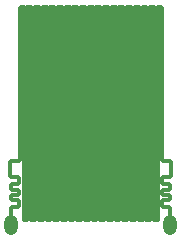
<source format=gts>
G04*
G04 #@! TF.GenerationSoftware,Altium Limited,Altium Designer,21.4.1 (30)*
G04*
G04 Layer_Color=8388736*
%FSAX44Y44*%
%MOMM*%
G71*
G04*
G04 #@! TF.SameCoordinates,5515323D-6680-48E9-B7F0-251E336EA752*
G04*
G04*
G04 #@! TF.FilePolarity,Negative*
G04*
G01*
G75*
%ADD12O,1.2032X1.7032*%
%ADD13C,0.3552*%
D12*
X00008000Y00010500D02*
D03*
X00142000D02*
D03*
D13*
X00015000Y00065640D02*
Y00194110D01*
X00015890Y00195000D02*
X00018250D01*
X00007890Y00064750D02*
X00014110D01*
X00007000Y00063860D02*
X00007890Y00064750D01*
X00007000Y00052140D02*
Y00063860D01*
X00014110Y00064750D02*
X00015000Y00065640D01*
Y00194110D02*
X00015890Y00195000D01*
X00134360Y00195000D02*
X00135250Y00194109D01*
X00132000Y00195000D02*
X00134360D01*
X00135250Y00065640D02*
X00136140Y00064750D01*
X00135250Y00065640D02*
Y00194109D01*
X00136140Y00064750D02*
X00142110D01*
X00143000Y00063860D01*
Y00052140D02*
Y00063860D01*
X00132000Y00015000D02*
X00132000Y00195000D01*
X00135250Y00036640D02*
X00136140Y00035750D01*
X00141610D02*
X00142500Y00034859D01*
X00135250Y00039609D02*
X00136140Y00040500D01*
Y00035750D02*
X00141610D01*
Y00031750D02*
X00142500Y00032640D01*
Y00034859D01*
X00141110Y00045250D02*
X00142000Y00044360D01*
Y00041390D02*
Y00044360D01*
X00135250Y00036640D02*
Y00039609D01*
Y00046140D02*
Y00050360D01*
X00136140Y00040500D02*
X00141110D01*
X00135250Y00046140D02*
X00136140Y00045250D01*
X00141110Y00040500D02*
X00142000Y00041390D01*
X00135250Y00050360D02*
X00136140Y00051250D01*
Y00045250D02*
X00141110D01*
X00135250Y00030860D02*
X00136140Y00031750D01*
X00141610D01*
X00136140Y00026250D02*
X00141110D01*
X00142000Y00025360D01*
Y00018000D02*
Y00025360D01*
X00135250Y00027140D02*
X00136140Y00026250D01*
X00135250Y00027140D02*
Y00030860D01*
X00142110Y00051250D02*
X00143000Y00052140D01*
X00136140Y00051250D02*
X00142110D01*
X00007890D02*
X00013860D01*
X00007000Y00052140D02*
X00007890Y00051250D01*
X00014750Y00027140D02*
Y00030860D01*
X00013860Y00026250D02*
X00014750Y00027140D01*
X00008000Y00018000D02*
Y00025360D01*
X00008890Y00026250D01*
X00013860D01*
X00008390Y00031750D02*
X00013860D01*
X00014750Y00030860D01*
X00008890Y00045250D02*
X00013860D01*
Y00051250D02*
X00014750Y00050360D01*
X00008000Y00041390D02*
X00008890Y00040500D01*
X00013860Y00045250D02*
X00014750Y00046140D01*
X00008890Y00040500D02*
X00013860D01*
X00014750Y00046140D02*
Y00050360D01*
Y00036640D02*
Y00039609D01*
X00008000Y00041390D02*
Y00044360D01*
X00008890Y00045250D01*
X00018250Y00015000D02*
Y00195000D01*
X00007500Y00032640D02*
Y00034859D01*
Y00032640D02*
X00008390Y00031750D01*
Y00035750D02*
X00013860D01*
Y00040500D02*
X00014750Y00039609D01*
X00007500Y00034859D02*
X00008390Y00035750D01*
X00013860D02*
X00014750Y00036640D01*
X00063750Y00195000D02*
X00063750Y00195000D01*
X00050750Y00015000D02*
X00050750Y00195000D01*
X00076750Y00015000D02*
X00076750Y00195000D01*
X00122250Y00015000D02*
Y00195000D01*
X00106000Y00015000D02*
X00106000Y00195000D01*
X00034500Y00195000D02*
X00037750D01*
X00041000Y00015000D02*
X00041000Y00015000D01*
X00060500D02*
Y00195000D01*
X00099500Y00015000D02*
Y00195000D01*
X00125500Y00015000D02*
Y00195000D01*
X00050750D02*
X00050750Y00195000D01*
X00128750Y00195000D02*
X00128750Y00195000D01*
X00060500Y00195000D02*
X00063750D01*
X00089750Y00015000D02*
X00089750Y00195000D01*
X00037750Y00015000D02*
X00037750Y00195000D01*
X00102750Y00195000D02*
X00102750Y00195000D01*
X00034500Y00015000D02*
Y00195000D01*
X00050750Y00015000D02*
X00054000D01*
X00024750D02*
X00024750Y00195000D01*
X00109250Y00015000D02*
Y00195000D01*
X00024750D02*
X00024750Y00195000D01*
X00073500Y00015000D02*
Y00195000D01*
X00047500Y00015000D02*
Y00195000D01*
X00028000Y00015000D02*
X00028000Y00015000D01*
X00093000Y00195000D02*
X00096250D01*
X00021500Y00195000D02*
X00024750D01*
X00057250Y00195000D02*
X00057250Y00195000D01*
X00037750D02*
X00037750Y00195000D01*
X00080000Y00015000D02*
X00080000Y00195000D01*
X00054000D02*
X00057250D01*
X00086500Y00015000D02*
Y00195000D01*
X00083250Y00015000D02*
Y00195000D01*
X00044250Y00015000D02*
Y00195000D01*
X00063750Y00015000D02*
X00063750Y00195000D01*
X00122250Y00195000D02*
X00122250Y00195000D01*
X00099500D02*
X00102750D01*
X00128750Y00015000D02*
X00128750Y00195000D01*
X00109250Y00195000D02*
X00109250Y00195000D01*
X00076750D02*
X00076750Y00195000D01*
X00115750Y00015000D02*
X00115750Y00195000D01*
X00115750Y00015000D02*
X00119000D01*
X00073500Y00195000D02*
X00076750D01*
X00115750D02*
X00115750Y00195000D01*
X00054000Y00015000D02*
X00054000Y00015000D01*
X00089750Y00195000D02*
X00089750Y00195000D01*
X00031250Y00195000D02*
X00031250Y00195000D01*
X00096250Y00015000D02*
Y00195000D01*
X00102750Y00015000D02*
X00102750Y00195000D01*
X00028000Y00195000D02*
X00031250D01*
X00112500Y00195000D02*
X00115750D01*
X00021500Y00015000D02*
Y00195000D01*
X00067000Y00015000D02*
X00067000Y00195000D01*
X00119000Y00015000D02*
X00119000Y00195000D01*
X00024750Y00015000D02*
X00028000D01*
X00080000D02*
X00080000Y00015000D01*
X00119000Y00015000D02*
X00119000Y00015000D01*
X00112500D02*
Y00195000D01*
X00044250Y00195000D02*
X00044250Y00195000D01*
X00119000Y00195000D02*
X00122250D01*
X00070250Y00015000D02*
Y00195000D01*
X00063750Y00015000D02*
X00067000D01*
X00102750D02*
X00106000D01*
X00047500Y00195000D02*
X00050750D01*
X00031250Y00015000D02*
Y00195000D01*
X00037750Y00015000D02*
X00041000D01*
X00128750D02*
X00132000D01*
X00057250Y00015000D02*
Y00195000D01*
X00125500D02*
X00128750D01*
X00054000Y00015000D02*
X00054000Y00195000D01*
X00106000Y00015000D02*
X00106000Y00015000D01*
X00067000Y00195000D02*
X00070250D01*
X00041000D02*
X00044250D01*
X00132000Y00015000D02*
X00132000Y00015000D01*
X00106000Y00195000D02*
X00109250D01*
X00067000Y00015000D02*
X00067000Y00015000D01*
X00070250Y00195000D02*
X00070250Y00195000D01*
X00086500D02*
X00089750D01*
X00096250Y00195000D02*
X00096250Y00195000D01*
X00089750Y00015000D02*
X00093000D01*
X00093000Y00015000D01*
X00080000Y00195000D02*
X00083250D01*
X00083250Y00195000D01*
X00076750Y00015000D02*
X00080000D01*
X00028000Y00015000D02*
X00028000Y00195000D01*
X00041000Y00015000D02*
X00041000Y00195000D01*
X00093000Y00015000D02*
X00093000Y00195000D01*
X00122250Y00015000D02*
X00125500D01*
X00109250D02*
X00112500D01*
X00096250D02*
X00099500D01*
X00083250D02*
X00086500D01*
X00070250D02*
X00073500D01*
X00057250D02*
X00060500D01*
X00044250D02*
X00047500D01*
X00031250D02*
X00034500D01*
X00018250D02*
X00021500D01*
M02*

</source>
